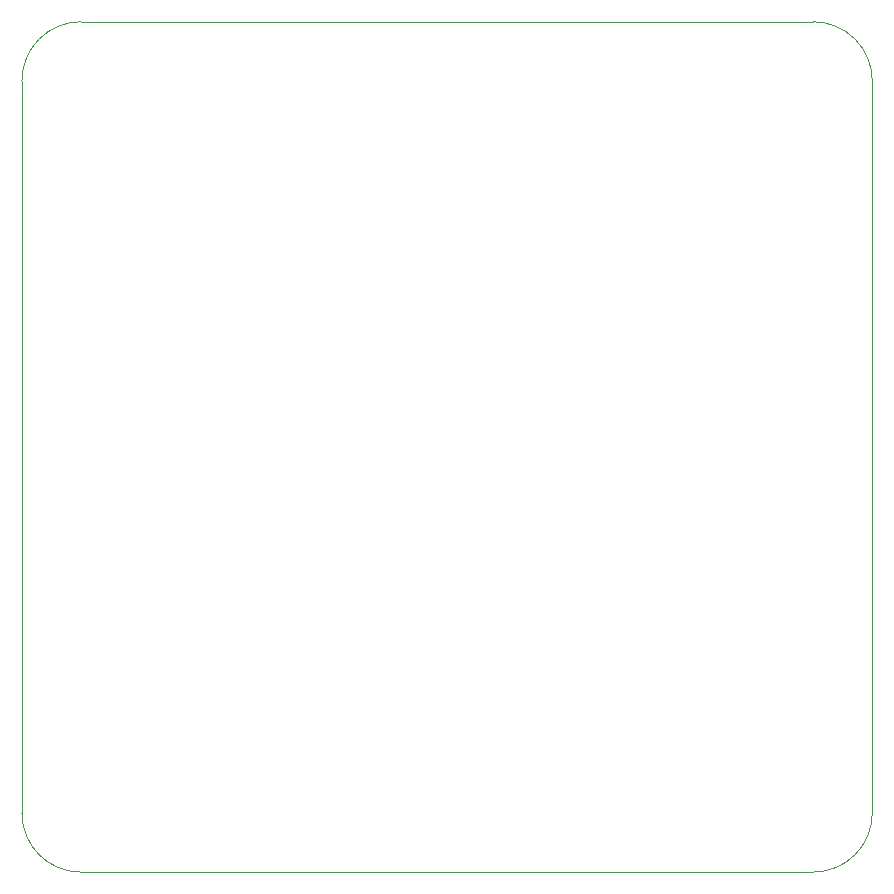
<source format=gbr>
%TF.GenerationSoftware,KiCad,Pcbnew,7.0.5*%
%TF.CreationDate,2024-05-26T12:51:26+03:00*%
%TF.ProjectId,LoRa_MuPr-VAF4751_L,4c6f5261-5f4d-4755-9072-2d5641463437,rev?*%
%TF.SameCoordinates,Original*%
%TF.FileFunction,Profile,NP*%
%FSLAX46Y46*%
G04 Gerber Fmt 4.6, Leading zero omitted, Abs format (unit mm)*
G04 Created by KiCad (PCBNEW 7.0.5) date 2024-05-26 12:51:26*
%MOMM*%
%LPD*%
G01*
G04 APERTURE LIST*
%TA.AperFunction,Profile*%
%ADD10C,0.100000*%
%TD*%
G04 APERTURE END LIST*
D10*
X120200000Y-50200000D02*
X182200000Y-50200000D01*
X120200000Y-50200000D02*
G75*
G03*
X115200000Y-55200000I0J-5000000D01*
G01*
X115200000Y-117200000D02*
G75*
G03*
X120200000Y-122200000I5000000J0D01*
G01*
X115200000Y-55200000D02*
X115200000Y-117200000D01*
X187200000Y-55200000D02*
X187200000Y-117200000D01*
X120200000Y-122200000D02*
X182200000Y-122200000D01*
X182200000Y-122200000D02*
G75*
G03*
X187200000Y-117200000I0J5000000D01*
G01*
X187200000Y-55200000D02*
G75*
G03*
X182200000Y-50200000I-5000000J0D01*
G01*
M02*

</source>
